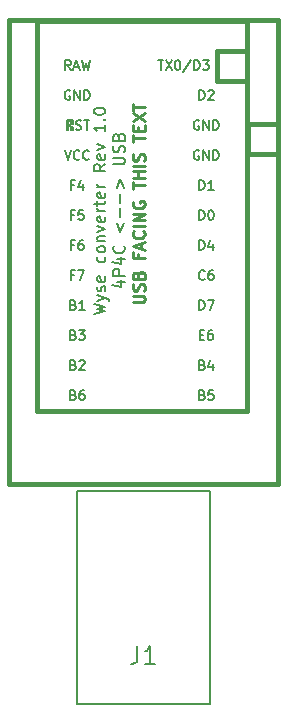
<source format=gto>
G04 #@! TF.GenerationSoftware,KiCad,Pcbnew,(5.1.5-0-10_14)*
G04 #@! TF.CreationDate,2021-06-11T17:19:42+03:00*
G04 #@! TF.ProjectId,Wyse-converter,57797365-2d63-46f6-9e76-65727465722e,rev?*
G04 #@! TF.SameCoordinates,Original*
G04 #@! TF.FileFunction,Legend,Top*
G04 #@! TF.FilePolarity,Positive*
%FSLAX46Y46*%
G04 Gerber Fmt 4.6, Leading zero omitted, Abs format (unit mm)*
G04 Created by KiCad (PCBNEW (5.1.5-0-10_14)) date 2021-06-11 17:19:42*
%MOMM*%
%LPD*%
G04 APERTURE LIST*
%ADD10C,0.250000*%
%ADD11C,0.150000*%
%ADD12C,0.381000*%
G04 APERTURE END LIST*
D10*
X101592380Y-72183333D02*
X102401904Y-72183333D01*
X102497142Y-72135714D01*
X102544761Y-72088095D01*
X102592380Y-71992857D01*
X102592380Y-71802380D01*
X102544761Y-71707142D01*
X102497142Y-71659523D01*
X102401904Y-71611904D01*
X101592380Y-71611904D01*
X102544761Y-71183333D02*
X102592380Y-71040476D01*
X102592380Y-70802380D01*
X102544761Y-70707142D01*
X102497142Y-70659523D01*
X102401904Y-70611904D01*
X102306666Y-70611904D01*
X102211428Y-70659523D01*
X102163809Y-70707142D01*
X102116190Y-70802380D01*
X102068571Y-70992857D01*
X102020952Y-71088095D01*
X101973333Y-71135714D01*
X101878095Y-71183333D01*
X101782857Y-71183333D01*
X101687619Y-71135714D01*
X101640000Y-71088095D01*
X101592380Y-70992857D01*
X101592380Y-70754761D01*
X101640000Y-70611904D01*
X102068571Y-69850000D02*
X102116190Y-69707142D01*
X102163809Y-69659523D01*
X102259047Y-69611904D01*
X102401904Y-69611904D01*
X102497142Y-69659523D01*
X102544761Y-69707142D01*
X102592380Y-69802380D01*
X102592380Y-70183333D01*
X101592380Y-70183333D01*
X101592380Y-69850000D01*
X101640000Y-69754761D01*
X101687619Y-69707142D01*
X101782857Y-69659523D01*
X101878095Y-69659523D01*
X101973333Y-69707142D01*
X102020952Y-69754761D01*
X102068571Y-69850000D01*
X102068571Y-70183333D01*
X102068571Y-68088095D02*
X102068571Y-68421428D01*
X102592380Y-68421428D02*
X101592380Y-68421428D01*
X101592380Y-67945238D01*
X102306666Y-67611904D02*
X102306666Y-67135714D01*
X102592380Y-67707142D02*
X101592380Y-67373809D01*
X102592380Y-67040476D01*
X102497142Y-66135714D02*
X102544761Y-66183333D01*
X102592380Y-66326190D01*
X102592380Y-66421428D01*
X102544761Y-66564285D01*
X102449523Y-66659523D01*
X102354285Y-66707142D01*
X102163809Y-66754761D01*
X102020952Y-66754761D01*
X101830476Y-66707142D01*
X101735238Y-66659523D01*
X101640000Y-66564285D01*
X101592380Y-66421428D01*
X101592380Y-66326190D01*
X101640000Y-66183333D01*
X101687619Y-66135714D01*
X102592380Y-65707142D02*
X101592380Y-65707142D01*
X102592380Y-65230952D02*
X101592380Y-65230952D01*
X102592380Y-64659523D01*
X101592380Y-64659523D01*
X101640000Y-63659523D02*
X101592380Y-63754761D01*
X101592380Y-63897619D01*
X101640000Y-64040476D01*
X101735238Y-64135714D01*
X101830476Y-64183333D01*
X102020952Y-64230952D01*
X102163809Y-64230952D01*
X102354285Y-64183333D01*
X102449523Y-64135714D01*
X102544761Y-64040476D01*
X102592380Y-63897619D01*
X102592380Y-63802380D01*
X102544761Y-63659523D01*
X102497142Y-63611904D01*
X102163809Y-63611904D01*
X102163809Y-63802380D01*
X101592380Y-62564285D02*
X101592380Y-61992857D01*
X102592380Y-62278571D02*
X101592380Y-62278571D01*
X102592380Y-61659523D02*
X101592380Y-61659523D01*
X102068571Y-61659523D02*
X102068571Y-61088095D01*
X102592380Y-61088095D02*
X101592380Y-61088095D01*
X102592380Y-60611904D02*
X101592380Y-60611904D01*
X102544761Y-60183333D02*
X102592380Y-60040476D01*
X102592380Y-59802380D01*
X102544761Y-59707142D01*
X102497142Y-59659523D01*
X102401904Y-59611904D01*
X102306666Y-59611904D01*
X102211428Y-59659523D01*
X102163809Y-59707142D01*
X102116190Y-59802380D01*
X102068571Y-59992857D01*
X102020952Y-60088095D01*
X101973333Y-60135714D01*
X101878095Y-60183333D01*
X101782857Y-60183333D01*
X101687619Y-60135714D01*
X101640000Y-60088095D01*
X101592380Y-59992857D01*
X101592380Y-59754761D01*
X101640000Y-59611904D01*
X101592380Y-58564285D02*
X101592380Y-57992857D01*
X102592380Y-58278571D02*
X101592380Y-58278571D01*
X102068571Y-57659523D02*
X102068571Y-57326190D01*
X102592380Y-57183333D02*
X102592380Y-57659523D01*
X101592380Y-57659523D01*
X101592380Y-57183333D01*
X101592380Y-56850000D02*
X102592380Y-56183333D01*
X101592380Y-56183333D02*
X102592380Y-56850000D01*
X101592380Y-55945238D02*
X101592380Y-55373809D01*
X102592380Y-55659523D02*
X101592380Y-55659523D01*
D11*
X98267380Y-73181904D02*
X99267380Y-72943809D01*
X98553095Y-72753333D01*
X99267380Y-72562857D01*
X98267380Y-72324761D01*
X98600714Y-72039047D02*
X99267380Y-71800952D01*
X98600714Y-71562857D02*
X99267380Y-71800952D01*
X99505476Y-71896190D01*
X99553095Y-71943809D01*
X99600714Y-72039047D01*
X99219761Y-71229523D02*
X99267380Y-71134285D01*
X99267380Y-70943809D01*
X99219761Y-70848571D01*
X99124523Y-70800952D01*
X99076904Y-70800952D01*
X98981666Y-70848571D01*
X98934047Y-70943809D01*
X98934047Y-71086666D01*
X98886428Y-71181904D01*
X98791190Y-71229523D01*
X98743571Y-71229523D01*
X98648333Y-71181904D01*
X98600714Y-71086666D01*
X98600714Y-70943809D01*
X98648333Y-70848571D01*
X99219761Y-69991428D02*
X99267380Y-70086666D01*
X99267380Y-70277142D01*
X99219761Y-70372380D01*
X99124523Y-70420000D01*
X98743571Y-70420000D01*
X98648333Y-70372380D01*
X98600714Y-70277142D01*
X98600714Y-70086666D01*
X98648333Y-69991428D01*
X98743571Y-69943809D01*
X98838809Y-69943809D01*
X98934047Y-70420000D01*
X99219761Y-68324761D02*
X99267380Y-68420000D01*
X99267380Y-68610476D01*
X99219761Y-68705714D01*
X99172142Y-68753333D01*
X99076904Y-68800952D01*
X98791190Y-68800952D01*
X98695952Y-68753333D01*
X98648333Y-68705714D01*
X98600714Y-68610476D01*
X98600714Y-68420000D01*
X98648333Y-68324761D01*
X99267380Y-67753333D02*
X99219761Y-67848571D01*
X99172142Y-67896190D01*
X99076904Y-67943809D01*
X98791190Y-67943809D01*
X98695952Y-67896190D01*
X98648333Y-67848571D01*
X98600714Y-67753333D01*
X98600714Y-67610476D01*
X98648333Y-67515238D01*
X98695952Y-67467619D01*
X98791190Y-67420000D01*
X99076904Y-67420000D01*
X99172142Y-67467619D01*
X99219761Y-67515238D01*
X99267380Y-67610476D01*
X99267380Y-67753333D01*
X98600714Y-66991428D02*
X99267380Y-66991428D01*
X98695952Y-66991428D02*
X98648333Y-66943809D01*
X98600714Y-66848571D01*
X98600714Y-66705714D01*
X98648333Y-66610476D01*
X98743571Y-66562857D01*
X99267380Y-66562857D01*
X98600714Y-66181904D02*
X99267380Y-65943809D01*
X98600714Y-65705714D01*
X99219761Y-64943809D02*
X99267380Y-65039047D01*
X99267380Y-65229523D01*
X99219761Y-65324761D01*
X99124523Y-65372380D01*
X98743571Y-65372380D01*
X98648333Y-65324761D01*
X98600714Y-65229523D01*
X98600714Y-65039047D01*
X98648333Y-64943809D01*
X98743571Y-64896190D01*
X98838809Y-64896190D01*
X98934047Y-65372380D01*
X99267380Y-64467619D02*
X98600714Y-64467619D01*
X98791190Y-64467619D02*
X98695952Y-64420000D01*
X98648333Y-64372380D01*
X98600714Y-64277142D01*
X98600714Y-64181904D01*
X98600714Y-63991428D02*
X98600714Y-63610476D01*
X98267380Y-63848571D02*
X99124523Y-63848571D01*
X99219761Y-63800952D01*
X99267380Y-63705714D01*
X99267380Y-63610476D01*
X99219761Y-62896190D02*
X99267380Y-62991428D01*
X99267380Y-63181904D01*
X99219761Y-63277142D01*
X99124523Y-63324761D01*
X98743571Y-63324761D01*
X98648333Y-63277142D01*
X98600714Y-63181904D01*
X98600714Y-62991428D01*
X98648333Y-62896190D01*
X98743571Y-62848571D01*
X98838809Y-62848571D01*
X98934047Y-63324761D01*
X99267380Y-62420000D02*
X98600714Y-62420000D01*
X98791190Y-62420000D02*
X98695952Y-62372380D01*
X98648333Y-62324761D01*
X98600714Y-62229523D01*
X98600714Y-62134285D01*
X99267380Y-60467619D02*
X98791190Y-60800952D01*
X99267380Y-61039047D02*
X98267380Y-61039047D01*
X98267380Y-60658095D01*
X98315000Y-60562857D01*
X98362619Y-60515238D01*
X98457857Y-60467619D01*
X98600714Y-60467619D01*
X98695952Y-60515238D01*
X98743571Y-60562857D01*
X98791190Y-60658095D01*
X98791190Y-61039047D01*
X99219761Y-59658095D02*
X99267380Y-59753333D01*
X99267380Y-59943809D01*
X99219761Y-60039047D01*
X99124523Y-60086666D01*
X98743571Y-60086666D01*
X98648333Y-60039047D01*
X98600714Y-59943809D01*
X98600714Y-59753333D01*
X98648333Y-59658095D01*
X98743571Y-59610476D01*
X98838809Y-59610476D01*
X98934047Y-60086666D01*
X98600714Y-59277142D02*
X99267380Y-59039047D01*
X98600714Y-58800952D01*
X99267380Y-57134285D02*
X99267380Y-57705714D01*
X99267380Y-57420000D02*
X98267380Y-57420000D01*
X98410238Y-57515238D01*
X98505476Y-57610476D01*
X98553095Y-57705714D01*
X99172142Y-56705714D02*
X99219761Y-56658095D01*
X99267380Y-56705714D01*
X99219761Y-56753333D01*
X99172142Y-56705714D01*
X99267380Y-56705714D01*
X98267380Y-56039047D02*
X98267380Y-55943809D01*
X98315000Y-55848571D01*
X98362619Y-55800952D01*
X98457857Y-55753333D01*
X98648333Y-55705714D01*
X98886428Y-55705714D01*
X99076904Y-55753333D01*
X99172142Y-55800952D01*
X99219761Y-55848571D01*
X99267380Y-55943809D01*
X99267380Y-56039047D01*
X99219761Y-56134285D01*
X99172142Y-56181904D01*
X99076904Y-56229523D01*
X98886428Y-56277142D01*
X98648333Y-56277142D01*
X98457857Y-56229523D01*
X98362619Y-56181904D01*
X98315000Y-56134285D01*
X98267380Y-56039047D01*
X100250714Y-70443809D02*
X100917380Y-70443809D01*
X99869761Y-70681904D02*
X100584047Y-70920000D01*
X100584047Y-70300952D01*
X100917380Y-69920000D02*
X99917380Y-69920000D01*
X99917380Y-69539047D01*
X99965000Y-69443809D01*
X100012619Y-69396190D01*
X100107857Y-69348571D01*
X100250714Y-69348571D01*
X100345952Y-69396190D01*
X100393571Y-69443809D01*
X100441190Y-69539047D01*
X100441190Y-69920000D01*
X100250714Y-68491428D02*
X100917380Y-68491428D01*
X99869761Y-68729523D02*
X100584047Y-68967619D01*
X100584047Y-68348571D01*
X100822142Y-67396190D02*
X100869761Y-67443809D01*
X100917380Y-67586666D01*
X100917380Y-67681904D01*
X100869761Y-67824761D01*
X100774523Y-67920000D01*
X100679285Y-67967619D01*
X100488809Y-68015238D01*
X100345952Y-68015238D01*
X100155476Y-67967619D01*
X100060238Y-67920000D01*
X99965000Y-67824761D01*
X99917380Y-67681904D01*
X99917380Y-67586666D01*
X99965000Y-67443809D01*
X100012619Y-67396190D01*
X100250714Y-65443809D02*
X100536428Y-66205714D01*
X100822142Y-65443809D01*
X100536428Y-64967619D02*
X100536428Y-64205714D01*
X100536428Y-63729523D02*
X100536428Y-62967619D01*
X100250714Y-62491428D02*
X100536428Y-61729523D01*
X100822142Y-62491428D01*
X99917380Y-60491428D02*
X100726904Y-60491428D01*
X100822142Y-60443809D01*
X100869761Y-60396190D01*
X100917380Y-60300952D01*
X100917380Y-60110476D01*
X100869761Y-60015238D01*
X100822142Y-59967619D01*
X100726904Y-59920000D01*
X99917380Y-59920000D01*
X100869761Y-59491428D02*
X100917380Y-59348571D01*
X100917380Y-59110476D01*
X100869761Y-59015238D01*
X100822142Y-58967619D01*
X100726904Y-58920000D01*
X100631666Y-58920000D01*
X100536428Y-58967619D01*
X100488809Y-59015238D01*
X100441190Y-59110476D01*
X100393571Y-59300952D01*
X100345952Y-59396190D01*
X100298333Y-59443809D01*
X100203095Y-59491428D01*
X100107857Y-59491428D01*
X100012619Y-59443809D01*
X99965000Y-59396190D01*
X99917380Y-59300952D01*
X99917380Y-59062857D01*
X99965000Y-58920000D01*
X100393571Y-58158095D02*
X100441190Y-58015238D01*
X100488809Y-57967619D01*
X100584047Y-57920000D01*
X100726904Y-57920000D01*
X100822142Y-57967619D01*
X100869761Y-58015238D01*
X100917380Y-58110476D01*
X100917380Y-58491428D01*
X99917380Y-58491428D01*
X99917380Y-58158095D01*
X99965000Y-58062857D01*
X100012619Y-58015238D01*
X100107857Y-57967619D01*
X100203095Y-57967619D01*
X100298333Y-58015238D01*
X100345952Y-58062857D01*
X100393571Y-58158095D01*
X100393571Y-58491428D01*
D12*
X111360000Y-59590000D02*
X113900000Y-59590000D01*
X111360000Y-57050000D02*
X111360000Y-59590000D01*
X91120000Y-87530000D02*
X91120000Y-48250000D01*
X113900000Y-87530000D02*
X91120000Y-87530000D01*
X113900000Y-48250000D02*
X113900000Y-87530000D01*
X91120000Y-48250000D02*
X113900000Y-48250000D01*
X111360000Y-57050000D02*
X113900000Y-57050000D01*
D11*
X96900000Y-106180000D02*
X108100000Y-106180000D01*
X108090000Y-106180000D02*
X108090000Y-88180000D01*
X108090000Y-88180000D02*
X96890000Y-88180000D01*
X96890000Y-88180000D02*
X96890000Y-106180000D01*
D12*
X108690000Y-53400000D02*
X111230000Y-53400000D01*
X108690000Y-50860000D02*
X108690000Y-53400000D01*
D11*
G36*
X96295365Y-57149030D02*
G01*
X96295365Y-57249030D01*
X96195365Y-57249030D01*
X96195365Y-57149030D01*
X96295365Y-57149030D01*
G37*
X96295365Y-57149030D02*
X96295365Y-57249030D01*
X96195365Y-57249030D01*
X96195365Y-57149030D01*
X96295365Y-57149030D01*
G36*
X96095365Y-56749030D02*
G01*
X96095365Y-57549030D01*
X95995365Y-57549030D01*
X95995365Y-56749030D01*
X96095365Y-56749030D01*
G37*
X96095365Y-56749030D02*
X96095365Y-57549030D01*
X95995365Y-57549030D01*
X95995365Y-56749030D01*
X96095365Y-56749030D01*
G36*
X96495365Y-57349030D02*
G01*
X96495365Y-57549030D01*
X96395365Y-57549030D01*
X96395365Y-57349030D01*
X96495365Y-57349030D01*
G37*
X96495365Y-57349030D02*
X96495365Y-57549030D01*
X96395365Y-57549030D01*
X96395365Y-57349030D01*
X96495365Y-57349030D01*
G36*
X96495365Y-56749030D02*
G01*
X96495365Y-57049030D01*
X96395365Y-57049030D01*
X96395365Y-56749030D01*
X96495365Y-56749030D01*
G37*
X96495365Y-56749030D02*
X96495365Y-57049030D01*
X96395365Y-57049030D01*
X96395365Y-56749030D01*
X96495365Y-56749030D01*
G36*
X96495365Y-56749030D02*
G01*
X96495365Y-56849030D01*
X95995365Y-56849030D01*
X95995365Y-56749030D01*
X96495365Y-56749030D01*
G37*
X96495365Y-56749030D02*
X96495365Y-56849030D01*
X95995365Y-56849030D01*
X95995365Y-56749030D01*
X96495365Y-56749030D01*
D12*
X93450000Y-81340000D02*
X93450000Y-48320000D01*
X111230000Y-81340000D02*
X93450000Y-81340000D01*
X111230000Y-48320000D02*
X111230000Y-81340000D01*
X93450000Y-48320000D02*
X111230000Y-48320000D01*
X108690000Y-50860000D02*
X111230000Y-50860000D01*
D11*
X101990000Y-101308571D02*
X101990000Y-102380000D01*
X101918571Y-102594285D01*
X101775714Y-102737142D01*
X101561428Y-102808571D01*
X101418571Y-102808571D01*
X103490000Y-102808571D02*
X102632857Y-102808571D01*
X103061428Y-102808571D02*
X103061428Y-101308571D01*
X102918571Y-101522857D01*
X102775714Y-101665714D01*
X102632857Y-101737142D01*
X107210523Y-55031904D02*
X107210523Y-54231904D01*
X107401000Y-54231904D01*
X107515285Y-54270000D01*
X107591476Y-54346190D01*
X107629571Y-54422380D01*
X107667666Y-54574761D01*
X107667666Y-54689047D01*
X107629571Y-54841428D01*
X107591476Y-54917619D01*
X107515285Y-54993809D01*
X107401000Y-55031904D01*
X107210523Y-55031904D01*
X107972428Y-54308095D02*
X108010523Y-54270000D01*
X108086714Y-54231904D01*
X108277190Y-54231904D01*
X108353380Y-54270000D01*
X108391476Y-54308095D01*
X108429571Y-54384285D01*
X108429571Y-54460476D01*
X108391476Y-54574761D01*
X107934333Y-55031904D01*
X108429571Y-55031904D01*
X107210523Y-65191904D02*
X107210523Y-64391904D01*
X107401000Y-64391904D01*
X107515285Y-64430000D01*
X107591476Y-64506190D01*
X107629571Y-64582380D01*
X107667666Y-64734761D01*
X107667666Y-64849047D01*
X107629571Y-65001428D01*
X107591476Y-65077619D01*
X107515285Y-65153809D01*
X107401000Y-65191904D01*
X107210523Y-65191904D01*
X108162904Y-64391904D02*
X108239095Y-64391904D01*
X108315285Y-64430000D01*
X108353380Y-64468095D01*
X108391476Y-64544285D01*
X108429571Y-64696666D01*
X108429571Y-64887142D01*
X108391476Y-65039523D01*
X108353380Y-65115714D01*
X108315285Y-65153809D01*
X108239095Y-65191904D01*
X108162904Y-65191904D01*
X108086714Y-65153809D01*
X108048619Y-65115714D01*
X108010523Y-65039523D01*
X107972428Y-64887142D01*
X107972428Y-64696666D01*
X108010523Y-64544285D01*
X108048619Y-64468095D01*
X108086714Y-64430000D01*
X108162904Y-64391904D01*
X107210523Y-62651904D02*
X107210523Y-61851904D01*
X107401000Y-61851904D01*
X107515285Y-61890000D01*
X107591476Y-61966190D01*
X107629571Y-62042380D01*
X107667666Y-62194761D01*
X107667666Y-62309047D01*
X107629571Y-62461428D01*
X107591476Y-62537619D01*
X107515285Y-62613809D01*
X107401000Y-62651904D01*
X107210523Y-62651904D01*
X108429571Y-62651904D02*
X107972428Y-62651904D01*
X108201000Y-62651904D02*
X108201000Y-61851904D01*
X108124809Y-61966190D01*
X108048619Y-62042380D01*
X107972428Y-62080476D01*
X107191476Y-59350000D02*
X107115285Y-59311904D01*
X107001000Y-59311904D01*
X106886714Y-59350000D01*
X106810523Y-59426190D01*
X106772428Y-59502380D01*
X106734333Y-59654761D01*
X106734333Y-59769047D01*
X106772428Y-59921428D01*
X106810523Y-59997619D01*
X106886714Y-60073809D01*
X107001000Y-60111904D01*
X107077190Y-60111904D01*
X107191476Y-60073809D01*
X107229571Y-60035714D01*
X107229571Y-59769047D01*
X107077190Y-59769047D01*
X107572428Y-60111904D02*
X107572428Y-59311904D01*
X108029571Y-60111904D01*
X108029571Y-59311904D01*
X108410523Y-60111904D02*
X108410523Y-59311904D01*
X108601000Y-59311904D01*
X108715285Y-59350000D01*
X108791476Y-59426190D01*
X108829571Y-59502380D01*
X108867666Y-59654761D01*
X108867666Y-59769047D01*
X108829571Y-59921428D01*
X108791476Y-59997619D01*
X108715285Y-60073809D01*
X108601000Y-60111904D01*
X108410523Y-60111904D01*
X107191476Y-56810000D02*
X107115285Y-56771904D01*
X107001000Y-56771904D01*
X106886714Y-56810000D01*
X106810523Y-56886190D01*
X106772428Y-56962380D01*
X106734333Y-57114761D01*
X106734333Y-57229047D01*
X106772428Y-57381428D01*
X106810523Y-57457619D01*
X106886714Y-57533809D01*
X107001000Y-57571904D01*
X107077190Y-57571904D01*
X107191476Y-57533809D01*
X107229571Y-57495714D01*
X107229571Y-57229047D01*
X107077190Y-57229047D01*
X107572428Y-57571904D02*
X107572428Y-56771904D01*
X108029571Y-57571904D01*
X108029571Y-56771904D01*
X108410523Y-57571904D02*
X108410523Y-56771904D01*
X108601000Y-56771904D01*
X108715285Y-56810000D01*
X108791476Y-56886190D01*
X108829571Y-56962380D01*
X108867666Y-57114761D01*
X108867666Y-57229047D01*
X108829571Y-57381428D01*
X108791476Y-57457619D01*
X108715285Y-57533809D01*
X108601000Y-57571904D01*
X108410523Y-57571904D01*
X107210523Y-67731904D02*
X107210523Y-66931904D01*
X107401000Y-66931904D01*
X107515285Y-66970000D01*
X107591476Y-67046190D01*
X107629571Y-67122380D01*
X107667666Y-67274761D01*
X107667666Y-67389047D01*
X107629571Y-67541428D01*
X107591476Y-67617619D01*
X107515285Y-67693809D01*
X107401000Y-67731904D01*
X107210523Y-67731904D01*
X108353380Y-67198571D02*
X108353380Y-67731904D01*
X108162904Y-66893809D02*
X107972428Y-67465238D01*
X108467666Y-67465238D01*
X107667666Y-70195714D02*
X107629571Y-70233809D01*
X107515285Y-70271904D01*
X107439095Y-70271904D01*
X107324809Y-70233809D01*
X107248619Y-70157619D01*
X107210523Y-70081428D01*
X107172428Y-69929047D01*
X107172428Y-69814761D01*
X107210523Y-69662380D01*
X107248619Y-69586190D01*
X107324809Y-69510000D01*
X107439095Y-69471904D01*
X107515285Y-69471904D01*
X107629571Y-69510000D01*
X107667666Y-69548095D01*
X108353380Y-69471904D02*
X108201000Y-69471904D01*
X108124809Y-69510000D01*
X108086714Y-69548095D01*
X108010523Y-69662380D01*
X107972428Y-69814761D01*
X107972428Y-70119523D01*
X108010523Y-70195714D01*
X108048619Y-70233809D01*
X108124809Y-70271904D01*
X108277190Y-70271904D01*
X108353380Y-70233809D01*
X108391476Y-70195714D01*
X108429571Y-70119523D01*
X108429571Y-69929047D01*
X108391476Y-69852857D01*
X108353380Y-69814761D01*
X108277190Y-69776666D01*
X108124809Y-69776666D01*
X108048619Y-69814761D01*
X108010523Y-69852857D01*
X107972428Y-69929047D01*
X107210523Y-72811904D02*
X107210523Y-72011904D01*
X107401000Y-72011904D01*
X107515285Y-72050000D01*
X107591476Y-72126190D01*
X107629571Y-72202380D01*
X107667666Y-72354761D01*
X107667666Y-72469047D01*
X107629571Y-72621428D01*
X107591476Y-72697619D01*
X107515285Y-72773809D01*
X107401000Y-72811904D01*
X107210523Y-72811904D01*
X107934333Y-72011904D02*
X108467666Y-72011904D01*
X108124809Y-72811904D01*
X107248619Y-74932857D02*
X107515285Y-74932857D01*
X107629571Y-75351904D02*
X107248619Y-75351904D01*
X107248619Y-74551904D01*
X107629571Y-74551904D01*
X108315285Y-74551904D02*
X108162904Y-74551904D01*
X108086714Y-74590000D01*
X108048619Y-74628095D01*
X107972428Y-74742380D01*
X107934333Y-74894761D01*
X107934333Y-75199523D01*
X107972428Y-75275714D01*
X108010523Y-75313809D01*
X108086714Y-75351904D01*
X108239095Y-75351904D01*
X108315285Y-75313809D01*
X108353380Y-75275714D01*
X108391476Y-75199523D01*
X108391476Y-75009047D01*
X108353380Y-74932857D01*
X108315285Y-74894761D01*
X108239095Y-74856666D01*
X108086714Y-74856666D01*
X108010523Y-74894761D01*
X107972428Y-74932857D01*
X107934333Y-75009047D01*
X107477190Y-77472857D02*
X107591476Y-77510952D01*
X107629571Y-77549047D01*
X107667666Y-77625238D01*
X107667666Y-77739523D01*
X107629571Y-77815714D01*
X107591476Y-77853809D01*
X107515285Y-77891904D01*
X107210523Y-77891904D01*
X107210523Y-77091904D01*
X107477190Y-77091904D01*
X107553380Y-77130000D01*
X107591476Y-77168095D01*
X107629571Y-77244285D01*
X107629571Y-77320476D01*
X107591476Y-77396666D01*
X107553380Y-77434761D01*
X107477190Y-77472857D01*
X107210523Y-77472857D01*
X108353380Y-77358571D02*
X108353380Y-77891904D01*
X108162904Y-77053809D02*
X107972428Y-77625238D01*
X108467666Y-77625238D01*
X107477190Y-80012857D02*
X107591476Y-80050952D01*
X107629571Y-80089047D01*
X107667666Y-80165238D01*
X107667666Y-80279523D01*
X107629571Y-80355714D01*
X107591476Y-80393809D01*
X107515285Y-80431904D01*
X107210523Y-80431904D01*
X107210523Y-79631904D01*
X107477190Y-79631904D01*
X107553380Y-79670000D01*
X107591476Y-79708095D01*
X107629571Y-79784285D01*
X107629571Y-79860476D01*
X107591476Y-79936666D01*
X107553380Y-79974761D01*
X107477190Y-80012857D01*
X107210523Y-80012857D01*
X108391476Y-79631904D02*
X108010523Y-79631904D01*
X107972428Y-80012857D01*
X108010523Y-79974761D01*
X108086714Y-79936666D01*
X108277190Y-79936666D01*
X108353380Y-79974761D01*
X108391476Y-80012857D01*
X108429571Y-80089047D01*
X108429571Y-80279523D01*
X108391476Y-80355714D01*
X108353380Y-80393809D01*
X108277190Y-80431904D01*
X108086714Y-80431904D01*
X108010523Y-80393809D01*
X107972428Y-80355714D01*
X96555190Y-80012857D02*
X96669476Y-80050952D01*
X96707571Y-80089047D01*
X96745666Y-80165238D01*
X96745666Y-80279523D01*
X96707571Y-80355714D01*
X96669476Y-80393809D01*
X96593285Y-80431904D01*
X96288523Y-80431904D01*
X96288523Y-79631904D01*
X96555190Y-79631904D01*
X96631380Y-79670000D01*
X96669476Y-79708095D01*
X96707571Y-79784285D01*
X96707571Y-79860476D01*
X96669476Y-79936666D01*
X96631380Y-79974761D01*
X96555190Y-80012857D01*
X96288523Y-80012857D01*
X97431380Y-79631904D02*
X97279000Y-79631904D01*
X97202809Y-79670000D01*
X97164714Y-79708095D01*
X97088523Y-79822380D01*
X97050428Y-79974761D01*
X97050428Y-80279523D01*
X97088523Y-80355714D01*
X97126619Y-80393809D01*
X97202809Y-80431904D01*
X97355190Y-80431904D01*
X97431380Y-80393809D01*
X97469476Y-80355714D01*
X97507571Y-80279523D01*
X97507571Y-80089047D01*
X97469476Y-80012857D01*
X97431380Y-79974761D01*
X97355190Y-79936666D01*
X97202809Y-79936666D01*
X97126619Y-79974761D01*
X97088523Y-80012857D01*
X97050428Y-80089047D01*
X96555190Y-74932857D02*
X96669476Y-74970952D01*
X96707571Y-75009047D01*
X96745666Y-75085238D01*
X96745666Y-75199523D01*
X96707571Y-75275714D01*
X96669476Y-75313809D01*
X96593285Y-75351904D01*
X96288523Y-75351904D01*
X96288523Y-74551904D01*
X96555190Y-74551904D01*
X96631380Y-74590000D01*
X96669476Y-74628095D01*
X96707571Y-74704285D01*
X96707571Y-74780476D01*
X96669476Y-74856666D01*
X96631380Y-74894761D01*
X96555190Y-74932857D01*
X96288523Y-74932857D01*
X97012333Y-74551904D02*
X97507571Y-74551904D01*
X97240904Y-74856666D01*
X97355190Y-74856666D01*
X97431380Y-74894761D01*
X97469476Y-74932857D01*
X97507571Y-75009047D01*
X97507571Y-75199523D01*
X97469476Y-75275714D01*
X97431380Y-75313809D01*
X97355190Y-75351904D01*
X97126619Y-75351904D01*
X97050428Y-75313809D01*
X97012333Y-75275714D01*
X96555190Y-72392857D02*
X96669476Y-72430952D01*
X96707571Y-72469047D01*
X96745666Y-72545238D01*
X96745666Y-72659523D01*
X96707571Y-72735714D01*
X96669476Y-72773809D01*
X96593285Y-72811904D01*
X96288523Y-72811904D01*
X96288523Y-72011904D01*
X96555190Y-72011904D01*
X96631380Y-72050000D01*
X96669476Y-72088095D01*
X96707571Y-72164285D01*
X96707571Y-72240476D01*
X96669476Y-72316666D01*
X96631380Y-72354761D01*
X96555190Y-72392857D01*
X96288523Y-72392857D01*
X97507571Y-72811904D02*
X97050428Y-72811904D01*
X97279000Y-72811904D02*
X97279000Y-72011904D01*
X97202809Y-72126190D01*
X97126619Y-72202380D01*
X97050428Y-72240476D01*
X96612333Y-62232857D02*
X96345666Y-62232857D01*
X96345666Y-62651904D02*
X96345666Y-61851904D01*
X96726619Y-61851904D01*
X97374238Y-62118571D02*
X97374238Y-62651904D01*
X97183761Y-61813809D02*
X96993285Y-62385238D01*
X97488523Y-62385238D01*
X95812333Y-59311904D02*
X96079000Y-60111904D01*
X96345666Y-59311904D01*
X97069476Y-60035714D02*
X97031380Y-60073809D01*
X96917095Y-60111904D01*
X96840904Y-60111904D01*
X96726619Y-60073809D01*
X96650428Y-59997619D01*
X96612333Y-59921428D01*
X96574238Y-59769047D01*
X96574238Y-59654761D01*
X96612333Y-59502380D01*
X96650428Y-59426190D01*
X96726619Y-59350000D01*
X96840904Y-59311904D01*
X96917095Y-59311904D01*
X97031380Y-59350000D01*
X97069476Y-59388095D01*
X97869476Y-60035714D02*
X97831380Y-60073809D01*
X97717095Y-60111904D01*
X97640904Y-60111904D01*
X97526619Y-60073809D01*
X97450428Y-59997619D01*
X97412333Y-59921428D01*
X97374238Y-59769047D01*
X97374238Y-59654761D01*
X97412333Y-59502380D01*
X97450428Y-59426190D01*
X97526619Y-59350000D01*
X97640904Y-59311904D01*
X97717095Y-59311904D01*
X97831380Y-59350000D01*
X97869476Y-59388095D01*
X96269476Y-54270000D02*
X96193285Y-54231904D01*
X96079000Y-54231904D01*
X95964714Y-54270000D01*
X95888523Y-54346190D01*
X95850428Y-54422380D01*
X95812333Y-54574761D01*
X95812333Y-54689047D01*
X95850428Y-54841428D01*
X95888523Y-54917619D01*
X95964714Y-54993809D01*
X96079000Y-55031904D01*
X96155190Y-55031904D01*
X96269476Y-54993809D01*
X96307571Y-54955714D01*
X96307571Y-54689047D01*
X96155190Y-54689047D01*
X96650428Y-55031904D02*
X96650428Y-54231904D01*
X97107571Y-55031904D01*
X97107571Y-54231904D01*
X97488523Y-55031904D02*
X97488523Y-54231904D01*
X97679000Y-54231904D01*
X97793285Y-54270000D01*
X97869476Y-54346190D01*
X97907571Y-54422380D01*
X97945666Y-54574761D01*
X97945666Y-54689047D01*
X97907571Y-54841428D01*
X97869476Y-54917619D01*
X97793285Y-54993809D01*
X97679000Y-55031904D01*
X97488523Y-55031904D01*
X96326619Y-52491904D02*
X96059952Y-52110952D01*
X95869476Y-52491904D02*
X95869476Y-51691904D01*
X96174238Y-51691904D01*
X96250428Y-51730000D01*
X96288523Y-51768095D01*
X96326619Y-51844285D01*
X96326619Y-51958571D01*
X96288523Y-52034761D01*
X96250428Y-52072857D01*
X96174238Y-52110952D01*
X95869476Y-52110952D01*
X96631380Y-52263333D02*
X97012333Y-52263333D01*
X96555190Y-52491904D02*
X96821857Y-51691904D01*
X97088523Y-52491904D01*
X97279000Y-51691904D02*
X97469476Y-52491904D01*
X97621857Y-51920476D01*
X97774238Y-52491904D01*
X97964714Y-51691904D01*
X96612333Y-64772857D02*
X96345666Y-64772857D01*
X96345666Y-65191904D02*
X96345666Y-64391904D01*
X96726619Y-64391904D01*
X97412333Y-64391904D02*
X97031380Y-64391904D01*
X96993285Y-64772857D01*
X97031380Y-64734761D01*
X97107571Y-64696666D01*
X97298047Y-64696666D01*
X97374238Y-64734761D01*
X97412333Y-64772857D01*
X97450428Y-64849047D01*
X97450428Y-65039523D01*
X97412333Y-65115714D01*
X97374238Y-65153809D01*
X97298047Y-65191904D01*
X97107571Y-65191904D01*
X97031380Y-65153809D01*
X96993285Y-65115714D01*
X96612333Y-67312857D02*
X96345666Y-67312857D01*
X96345666Y-67731904D02*
X96345666Y-66931904D01*
X96726619Y-66931904D01*
X97374238Y-66931904D02*
X97221857Y-66931904D01*
X97145666Y-66970000D01*
X97107571Y-67008095D01*
X97031380Y-67122380D01*
X96993285Y-67274761D01*
X96993285Y-67579523D01*
X97031380Y-67655714D01*
X97069476Y-67693809D01*
X97145666Y-67731904D01*
X97298047Y-67731904D01*
X97374238Y-67693809D01*
X97412333Y-67655714D01*
X97450428Y-67579523D01*
X97450428Y-67389047D01*
X97412333Y-67312857D01*
X97374238Y-67274761D01*
X97298047Y-67236666D01*
X97145666Y-67236666D01*
X97069476Y-67274761D01*
X97031380Y-67312857D01*
X96993285Y-67389047D01*
X96612333Y-69852857D02*
X96345666Y-69852857D01*
X96345666Y-70271904D02*
X96345666Y-69471904D01*
X96726619Y-69471904D01*
X96955190Y-69471904D02*
X97488523Y-69471904D01*
X97145666Y-70271904D01*
X96555190Y-77472857D02*
X96669476Y-77510952D01*
X96707571Y-77549047D01*
X96745666Y-77625238D01*
X96745666Y-77739523D01*
X96707571Y-77815714D01*
X96669476Y-77853809D01*
X96593285Y-77891904D01*
X96288523Y-77891904D01*
X96288523Y-77091904D01*
X96555190Y-77091904D01*
X96631380Y-77130000D01*
X96669476Y-77168095D01*
X96707571Y-77244285D01*
X96707571Y-77320476D01*
X96669476Y-77396666D01*
X96631380Y-77434761D01*
X96555190Y-77472857D01*
X96288523Y-77472857D01*
X97050428Y-77168095D02*
X97088523Y-77130000D01*
X97164714Y-77091904D01*
X97355190Y-77091904D01*
X97431380Y-77130000D01*
X97469476Y-77168095D01*
X97507571Y-77244285D01*
X97507571Y-77320476D01*
X97469476Y-77434761D01*
X97012333Y-77891904D01*
X97507571Y-77891904D01*
X103721395Y-51691904D02*
X104178538Y-51691904D01*
X103949967Y-52491904D02*
X103949967Y-51691904D01*
X104369014Y-51691904D02*
X104902348Y-52491904D01*
X104902348Y-51691904D02*
X104369014Y-52491904D01*
X105359491Y-51691904D02*
X105435681Y-51691904D01*
X105511872Y-51730000D01*
X105549967Y-51768095D01*
X105588062Y-51844285D01*
X105626157Y-51996666D01*
X105626157Y-52187142D01*
X105588062Y-52339523D01*
X105549967Y-52415714D01*
X105511872Y-52453809D01*
X105435681Y-52491904D01*
X105359491Y-52491904D01*
X105283300Y-52453809D01*
X105245205Y-52415714D01*
X105207110Y-52339523D01*
X105169014Y-52187142D01*
X105169014Y-51996666D01*
X105207110Y-51844285D01*
X105245205Y-51768095D01*
X105283300Y-51730000D01*
X105359491Y-51691904D01*
X106540443Y-51653809D02*
X105854729Y-52682380D01*
X106807110Y-52491904D02*
X106807110Y-51691904D01*
X106997586Y-51691904D01*
X107111872Y-51730000D01*
X107188062Y-51806190D01*
X107226157Y-51882380D01*
X107264252Y-52034761D01*
X107264252Y-52149047D01*
X107226157Y-52301428D01*
X107188062Y-52377619D01*
X107111872Y-52453809D01*
X106997586Y-52491904D01*
X106807110Y-52491904D01*
X107530919Y-51691904D02*
X108026157Y-51691904D01*
X107759491Y-51996666D01*
X107873776Y-51996666D01*
X107949967Y-52034761D01*
X107988062Y-52072857D01*
X108026157Y-52149047D01*
X108026157Y-52339523D01*
X107988062Y-52415714D01*
X107949967Y-52453809D01*
X107873776Y-52491904D01*
X107645205Y-52491904D01*
X107569014Y-52453809D01*
X107530919Y-52415714D01*
X96766666Y-57513809D02*
X96880952Y-57551904D01*
X97071428Y-57551904D01*
X97147619Y-57513809D01*
X97185714Y-57475714D01*
X97223809Y-57399523D01*
X97223809Y-57323333D01*
X97185714Y-57247142D01*
X97147619Y-57209047D01*
X97071428Y-57170952D01*
X96919047Y-57132857D01*
X96842857Y-57094761D01*
X96804761Y-57056666D01*
X96766666Y-56980476D01*
X96766666Y-56904285D01*
X96804761Y-56828095D01*
X96842857Y-56790000D01*
X96919047Y-56751904D01*
X97109523Y-56751904D01*
X97223809Y-56790000D01*
X97452380Y-56751904D02*
X97909523Y-56751904D01*
X97680952Y-57551904D02*
X97680952Y-56751904D01*
M02*

</source>
